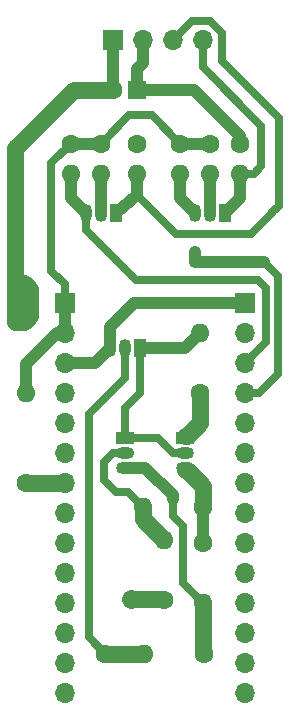
<source format=gbr>
G04 #@! TF.GenerationSoftware,KiCad,Pcbnew,(5.1.5)-3*
G04 #@! TF.CreationDate,2020-05-22T17:47:35+01:00*
G04 #@! TF.ProjectId,BME680,424d4536-3830-42e6-9b69-6361645f7063,rev?*
G04 #@! TF.SameCoordinates,Original*
G04 #@! TF.FileFunction,Copper,L2,Bot*
G04 #@! TF.FilePolarity,Positive*
%FSLAX46Y46*%
G04 Gerber Fmt 4.6, Leading zero omitted, Abs format (unit mm)*
G04 Created by KiCad (PCBNEW (5.1.5)-3) date 2020-05-22 17:47:35*
%MOMM*%
%LPD*%
G04 APERTURE LIST*
%ADD10O,1.600000X1.600000*%
%ADD11C,1.600000*%
%ADD12C,1.600000*%
%ADD13R,1.050000X1.500000*%
%ADD14O,1.050000X1.500000*%
%ADD15R,1.500000X1.050000*%
%ADD16O,1.500000X1.050000*%
%ADD17O,1.700000X1.700000*%
%ADD18R,1.700000X1.700000*%
%ADD19R,1.600000X1.600000*%
%ADD20C,0.700000*%
%ADD21C,1.000000*%
%ADD22C,1.400000*%
G04 APERTURE END LIST*
D10*
X146747225Y-88011000D03*
D11*
X146747225Y-85471000D03*
D10*
X155448000Y-88011000D03*
D11*
X155448000Y-85471000D03*
D10*
X143637000Y-88011000D03*
D11*
X143637000Y-85471000D03*
D10*
X152908000Y-88011000D03*
D11*
X152908000Y-85471000D03*
D10*
X141097000Y-88011000D03*
D11*
X141097000Y-85471000D03*
D10*
X150368000Y-88011000D03*
D11*
X150368000Y-85471000D03*
D10*
X152019000Y-101473000D03*
D11*
X152019000Y-106553000D03*
D12*
X146164901Y-124046956D02*
X146164901Y-124046956D01*
D11*
X144018000Y-128651000D03*
D10*
X147320000Y-128651000D03*
D11*
X152400000Y-128651000D03*
D10*
X148971000Y-118999000D03*
D11*
X148971000Y-124079000D03*
D10*
X152273000Y-124333000D03*
D11*
X152273000Y-119253000D03*
D10*
X147193000Y-116205000D03*
D11*
X152273000Y-116205000D03*
D13*
X144907000Y-91313000D03*
D14*
X142367000Y-91313000D03*
X143637000Y-91313000D03*
D13*
X154178000Y-91313000D03*
D14*
X151638000Y-91313000D03*
X152908000Y-91313000D03*
D15*
X145669000Y-110363000D03*
D16*
X145669000Y-112903000D03*
X145669000Y-111633000D03*
D13*
X146939000Y-102743000D03*
D14*
X144399000Y-102743000D03*
X145669000Y-102743000D03*
D15*
X150749000Y-110363000D03*
D16*
X150749000Y-112903000D03*
X150749000Y-111633000D03*
D10*
X137287000Y-106553000D03*
D11*
X137287000Y-114173000D03*
D17*
X152273000Y-76708000D03*
X149733000Y-76708000D03*
X147193000Y-76708000D03*
D18*
X144653000Y-76708000D03*
D17*
X155829000Y-131953000D03*
X155829000Y-129413000D03*
X155829000Y-126873000D03*
X155829000Y-124333000D03*
X155829000Y-121793000D03*
X155829000Y-119253000D03*
X155829000Y-116713000D03*
X155829000Y-114173000D03*
X155829000Y-111633000D03*
X155829000Y-109093000D03*
X155829000Y-106553000D03*
X155829000Y-104013000D03*
X155829000Y-101473000D03*
D18*
X155829000Y-98933000D03*
D17*
X140589000Y-131953000D03*
X140589000Y-129413000D03*
X140589000Y-126873000D03*
X140589000Y-124333000D03*
X140589000Y-121793000D03*
X140589000Y-119253000D03*
X140589000Y-116713000D03*
X140589000Y-114173000D03*
X140589000Y-111633000D03*
X140589000Y-109093000D03*
X140589000Y-106553000D03*
X140589000Y-104013000D03*
X140589000Y-101473000D03*
D18*
X140589000Y-98933000D03*
D11*
X144685000Y-80899000D03*
D19*
X146685000Y-80899000D03*
D20*
X148925409Y-124124591D02*
X148971000Y-124079000D01*
D21*
X144399000Y-100993000D02*
X144399000Y-102743000D01*
X146459000Y-98933000D02*
X144399000Y-100993000D01*
X155829000Y-98933000D02*
X146459000Y-98933000D01*
X146196945Y-124079000D02*
X146164901Y-124046956D01*
X143129000Y-104013000D02*
X144399000Y-102743000D01*
X140589000Y-104013000D02*
X143129000Y-104013000D01*
X144653000Y-80867000D02*
X144685000Y-80899000D01*
X144653000Y-76708000D02*
X144653000Y-80867000D01*
D22*
X148938956Y-124046956D02*
X148971000Y-124079000D01*
X146164901Y-124046956D02*
X148938956Y-124046956D01*
X144685000Y-80899000D02*
X141351000Y-80899000D01*
X141351000Y-80899000D02*
X136398000Y-85852000D01*
X136398000Y-85852000D02*
X136398000Y-100584000D01*
X136398000Y-100584000D02*
X137160000Y-100584000D01*
X137160000Y-100584000D02*
X137668000Y-100076000D01*
X137668000Y-100076000D02*
X137668000Y-98298000D01*
X137668000Y-98298000D02*
X137668000Y-97790000D01*
X137668000Y-97790000D02*
X137160000Y-97282000D01*
D21*
X146685000Y-80899000D02*
X151511000Y-80899000D01*
X155448000Y-84836000D02*
X155448000Y-85471000D01*
X151511000Y-80899000D02*
X155448000Y-84836000D01*
X147193000Y-78591000D02*
X147193000Y-76708000D01*
X146685000Y-80899000D02*
X146685000Y-79099000D01*
X146685000Y-79099000D02*
X147193000Y-78591000D01*
D22*
X150904010Y-110207990D02*
X150749000Y-110207990D01*
X152019000Y-109093000D02*
X150904010Y-110207990D01*
X152019000Y-106553000D02*
X152019000Y-109093000D01*
X140589000Y-114173000D02*
X137287000Y-114173000D01*
D20*
X150622000Y-122682000D02*
X152273000Y-124333000D01*
X149733000Y-116967000D02*
X150622000Y-117856000D01*
X149733000Y-115517000D02*
X149733000Y-116967000D01*
X150622000Y-121285000D02*
X150622000Y-122682000D01*
X150622000Y-117856000D02*
X150622000Y-121285000D01*
X140589000Y-97383000D02*
X139446000Y-96240000D01*
X140589000Y-98933000D02*
X140589000Y-97383000D01*
X139446000Y-96240000D02*
X139446000Y-87122000D01*
X139446000Y-87122000D02*
X141097000Y-85471000D01*
X146050000Y-83058000D02*
X143637000Y-85471000D01*
X150368000Y-85471000D02*
X147955000Y-83058000D01*
X147955000Y-83058000D02*
X146050000Y-83058000D01*
D21*
X152400000Y-124460000D02*
X152273000Y-124333000D01*
X140589000Y-98933000D02*
X140589000Y-101473000D01*
X137287000Y-106553000D02*
X137287000Y-104140000D01*
X137287000Y-104140000D02*
X139954000Y-101473000D01*
X139954000Y-101473000D02*
X139700000Y-101727000D01*
X140589000Y-101473000D02*
X139954000Y-101473000D01*
X139700000Y-101727000D02*
X140589000Y-101473000D01*
X152908000Y-85471000D02*
X150368000Y-85471000D01*
X141097000Y-85471000D02*
X143637000Y-85471000D01*
X149733000Y-115217000D02*
X149733000Y-115517000D01*
X147419000Y-112903000D02*
X149733000Y-115217000D01*
X145669000Y-112903000D02*
X147419000Y-112903000D01*
D22*
X152273000Y-128524000D02*
X152400000Y-128651000D01*
X152273000Y-124333000D02*
X152273000Y-128524000D01*
D20*
X157031081Y-106553000D02*
X158623000Y-104961081D01*
X155829000Y-106553000D02*
X157031081Y-106553000D01*
X158623000Y-104961081D02*
X158623000Y-98044000D01*
X158623000Y-98044000D02*
X158623000Y-97409000D01*
X158623000Y-97409000D02*
X158623000Y-96647000D01*
X158623000Y-96647000D02*
X158115000Y-96139000D01*
X158115000Y-96139000D02*
X157480000Y-95504000D01*
D21*
X157480000Y-95504000D02*
X151638000Y-95504000D01*
X151638000Y-95504000D02*
X151638000Y-94615000D01*
X150368000Y-90043000D02*
X151638000Y-91313000D01*
X150368000Y-88011000D02*
X150368000Y-90043000D01*
D20*
X142367000Y-91186000D02*
X142367000Y-91313000D01*
X142367000Y-92763000D02*
X142367000Y-91313000D01*
X155829000Y-104013000D02*
X157607000Y-102235000D01*
X157607000Y-102235000D02*
X157607000Y-97663000D01*
X146632000Y-97028000D02*
X142367000Y-92763000D01*
X157607000Y-97663000D02*
X156972000Y-97028000D01*
X156972000Y-97028000D02*
X146632000Y-97028000D01*
D21*
X141097000Y-90043000D02*
X142367000Y-91313000D01*
X141097000Y-88011000D02*
X141097000Y-90043000D01*
D20*
X156579370Y-88011000D02*
X155448000Y-88011000D01*
X157226000Y-87364370D02*
X156579370Y-88011000D01*
X157226000Y-83947000D02*
X157226000Y-87364370D01*
X152273000Y-76708000D02*
X152273000Y-78994000D01*
X152273000Y-78994000D02*
X157226000Y-83947000D01*
D21*
X155448000Y-90043000D02*
X154178000Y-91313000D01*
X155448000Y-88011000D02*
X155448000Y-90043000D01*
X146747225Y-88011000D02*
X146747225Y-89472775D01*
X146747225Y-89472775D02*
X146685000Y-89789000D01*
X146685000Y-89789000D02*
X144907000Y-91313000D01*
D20*
X151384000Y-75057000D02*
X149733000Y-76708000D01*
X152908000Y-75057000D02*
X151384000Y-75057000D01*
X153924000Y-76073000D02*
X152908000Y-75057000D01*
X158700000Y-83262000D02*
X153924000Y-78486000D01*
X158700000Y-90700000D02*
X158700000Y-83262000D01*
X149987000Y-93091000D02*
X156337000Y-93091000D01*
X153924000Y-78486000D02*
X153924000Y-76073000D01*
X158126009Y-91273991D02*
X158700000Y-90700000D01*
X146685000Y-89789000D02*
X149987000Y-93091000D01*
X156337000Y-93091000D02*
X158126009Y-91301991D01*
X158126009Y-91301991D02*
X158126009Y-91273991D01*
D21*
X152908000Y-88011000D02*
X152908000Y-91313000D01*
X143637000Y-88011000D02*
X143637000Y-91313000D01*
D20*
X146939000Y-104193000D02*
X146939000Y-102743000D01*
X145669000Y-110363000D02*
X145669000Y-107823000D01*
X146939000Y-106553000D02*
X146939000Y-104193000D01*
X145669000Y-107823000D02*
X146939000Y-106553000D01*
X149753998Y-111633000D02*
X148483998Y-110363000D01*
X150749000Y-111633000D02*
X149753998Y-111633000D01*
X145669000Y-110363000D02*
X148483998Y-110363000D01*
D21*
X150749000Y-102743000D02*
X152019000Y-101473000D01*
X146939000Y-102743000D02*
X150749000Y-102743000D01*
D20*
X142621000Y-108331000D02*
X145669000Y-105283000D01*
X144018000Y-128651000D02*
X142621000Y-127254000D01*
X145669000Y-105283000D02*
X145669000Y-102743000D01*
X142621000Y-127254000D02*
X142621000Y-108331000D01*
D22*
X147320000Y-128651000D02*
X144018000Y-128651000D01*
D20*
X145669000Y-111633000D02*
X146144293Y-111633000D01*
X145923000Y-114935000D02*
X147193000Y-116205000D01*
X144653000Y-111633000D02*
X143891000Y-112395000D01*
X145669000Y-111633000D02*
X144653000Y-111633000D01*
X143891000Y-113919000D02*
X144907000Y-114935000D01*
X143891000Y-112395000D02*
X143891000Y-113919000D01*
X144907000Y-114935000D02*
X145923000Y-114935000D01*
D22*
X147193000Y-117221000D02*
X148971000Y-118999000D01*
X147193000Y-116205000D02*
X147193000Y-117221000D01*
D21*
X152273000Y-119253000D02*
X152273000Y-116205000D01*
D22*
X152273000Y-114427000D02*
X150904010Y-113058010D01*
X150904010Y-113058010D02*
X150749000Y-113058010D01*
X152273000Y-116205000D02*
X152273000Y-114427000D01*
M02*

</source>
